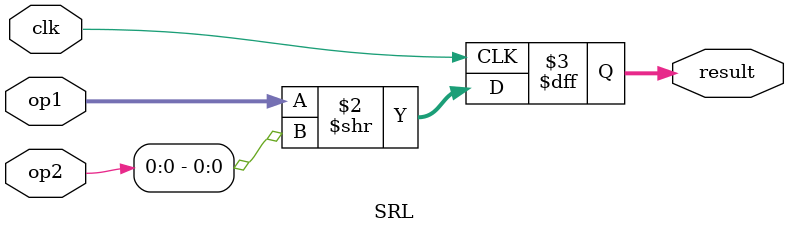
<source format=v>
module SRL(clk,op1,op2,result);
    input clk ;
    input [31:0] op1;
    input [31:0]op2;
    output integer result;

    always @(posedge clk)
        
        begin
            result = op1 >> op2[0];
        end
endmodule
</source>
